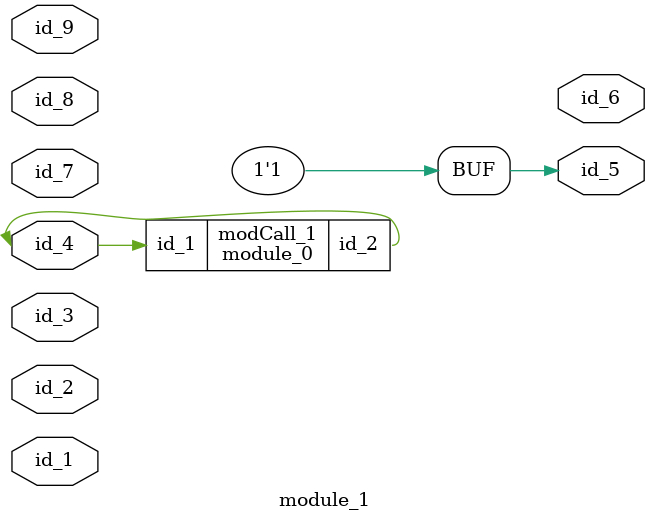
<source format=v>
module module_0 (
    id_1,
    id_2
);
  output wire id_2;
  input wire id_1;
  wire id_3;
endmodule
module module_1 (
    id_1,
    id_2,
    id_3,
    id_4,
    id_5,
    id_6,
    id_7,
    id_8,
    id_9
);
  input wire id_9;
  input wire id_8;
  module_0 modCall_1 (
      id_4,
      id_4
  );
  input wire id_7;
  output wire id_6;
  output reg id_5;
  inout wire id_4;
  input wire id_3;
  input wire id_2;
  inout wire id_1;
  wire id_10;
  always @(*) begin : LABEL_0
    id_5 = -1;
  end
endmodule

</source>
